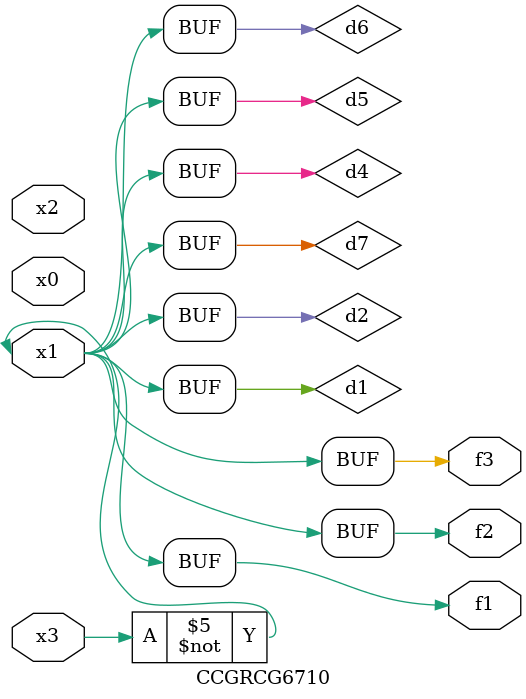
<source format=v>
module CCGRCG6710(
	input x0, x1, x2, x3,
	output f1, f2, f3
);

	wire d1, d2, d3, d4, d5, d6, d7;

	not (d1, x3);
	buf (d2, x1);
	xnor (d3, d1, d2);
	nor (d4, d1);
	buf (d5, d1, d2);
	buf (d6, d4, d5);
	nand (d7, d4);
	assign f1 = d6;
	assign f2 = d7;
	assign f3 = d6;
endmodule

</source>
